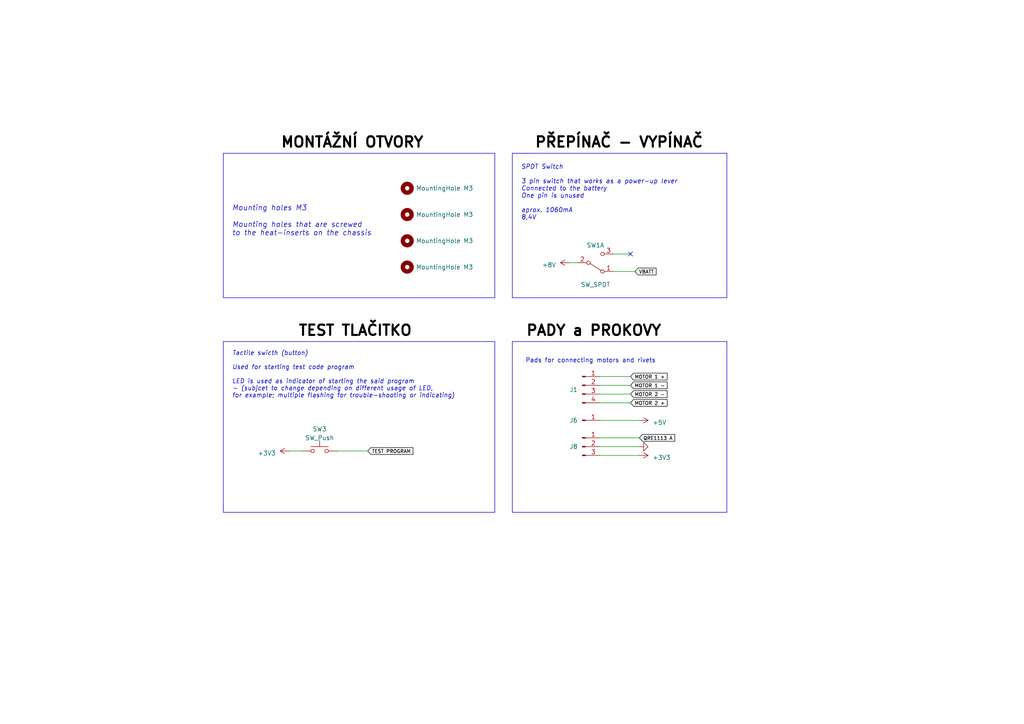
<source format=kicad_sch>
(kicad_sch (version 20230121) (generator eeschema)
  (paper "A4")
  (title_block (title "SUMEC SMD") (company "SPŠ NA PROSEKU"))
  (lib_symbols
    (symbol "Connector:Conn_01x01_Pin" (pin_names (offset 1.016) hide)
      (property "Reference" "J" (at 0 2.54 0))
      (property "Value" "Conn_01x01_Pin" (at 0 -2.54 0))
      (symbol "Conn_01x01_Pin_1_1"
        (polyline (pts (xy 1.27 0) (xy 0.8636 0)) (stroke (width 0.1524)))
        (rectangle (start 0.8636 0.127) (end 0 -0.127) (stroke (width 0.1524)) (fill (type outline)))
        (pin passive line (at 5.08 0 180) (length 3.81) (name "Pin_1") (number "1"))
      )
    )
    (symbol "Connector:Conn_01x03_Pin" (pin_names (offset 1.016) hide)
      (property "Reference" "J" (at 0 5.08 0))
      (property "Value" "Conn_01x03_Pin" (at 0 -5.08 0))
      (symbol "Conn_01x03_Pin_1_1"
        (polyline (pts (xy 1.27 -2.54) (xy 0.8636 -2.54)) (stroke (width 0.1524)))
        (polyline (pts (xy 1.27 0) (xy 0.8636 0)) (stroke (width 0.1524)))
        (polyline (pts (xy 1.27 2.54) (xy 0.8636 2.54)) (stroke (width 0.1524)))
        (rectangle (start 0.8636 -2.413) (end 0 -2.667) (stroke (width 0.1524)) (fill (type outline)))
        (rectangle (start 0.8636 0.127) (end 0 -0.127) (stroke (width 0.1524)) (fill (type outline)))
        (rectangle (start 0.8636 2.667) (end 0 2.413) (stroke (width 0.1524)) (fill (type outline)))
        (pin passive line (at 5.08 2.54 180) (length 3.81) (name "Pin_1") (number "1"))
        (pin passive line (at 5.08 0 180) (length 3.81) (name "Pin_2") (number "2"))
        (pin passive line (at 5.08 -2.54 180) (length 3.81) (name "Pin_3") (number "3"))
      )
    )
    (symbol "Connector:Conn_01x04_Pin" (pin_names (offset 1.016) hide)
      (property "Reference" "J" (at 0 5.08 0))
      (property "Value" "Conn_01x04_Pin" (at 0 -7.62 0))
      (symbol "Conn_01x04_Pin_1_1"
        (polyline (pts (xy 1.27 -5.08) (xy 0.8636 -5.08)) (stroke (width 0.1524)))
        (polyline (pts (xy 1.27 -2.54) (xy 0.8636 -2.54)) (stroke (width 0.1524)))
        (polyline (pts (xy 1.27 0) (xy 0.8636 0)) (stroke (width 0.1524)))
        (polyline (pts (xy 1.27 2.54) (xy 0.8636 2.54)) (stroke (width 0.1524)))
        (rectangle (start 0.8636 -4.953) (end 0 -5.207) (stroke (width 0.1524)) (fill (type outline)))
        (rectangle (start 0.8636 -2.413) (end 0 -2.667) (stroke (width 0.1524)) (fill (type outline)))
        (rectangle (start 0.8636 0.127) (end 0 -0.127) (stroke (width 0.1524)) (fill (type outline)))
        (rectangle (start 0.8636 2.667) (end 0 2.413) (stroke (width 0.1524)) (fill (type outline)))
        (pin passive line (at 5.08 2.54 180) (length 3.81) (name "Pin_1") (number "1"))
        (pin passive line (at 5.08 0 180) (length 3.81) (name "Pin_2") (number "2"))
        (pin passive line (at 5.08 -2.54 180) (length 3.81) (name "Pin_3") (number "3"))
        (pin passive line (at 5.08 -5.08 180) (length 3.81) (name "Pin_4") (number "4"))
      )
    )
    (symbol "Mechanical:MountingHole" (pin_names (offset 1.016))
      (property "Reference" "H" (at 0 5.08 0))
      (property "Value" "MountingHole" (at 0 3.175 0))
      (symbol "MountingHole_0_1"
        (circle (center 0 0) (radius 1.27) (stroke (width 1.27)))
      )
    )
    (symbol "Switch:SW_DPDT_x2" (pin_names (offset 0) hide)
      (property "Reference" "SW" (at 0 4.318 0))
      (property "Value" "SW_DPDT_x2" (at 0 -5.08 0))
      (symbol "SW_DPDT_x2_0_0"
        (circle (center -2.032 0) (radius 0.508))
        (circle (center 2.032 -2.54) (radius 0.508))
      )
      (symbol "SW_DPDT_x2_0_1"
        (polyline (pts (xy -1.524 0.254) (xy 1.651 2.286)))
        (circle (center 2.032 2.54) (radius 0.508))
      )
      (symbol "SW_DPDT_x2_1_1"
        (pin passive line (at 5.08 2.54 180) (length 2.54) (name "A") (number "1"))
        (pin passive line (at -5.08 0 0) (length 2.54) (name "B") (number "2"))
        (pin passive line (at 5.08 -2.54 180) (length 2.54) (name "C") (number "3"))
      )
      (symbol "SW_DPDT_x2_2_1"
        (pin passive line (at 5.08 2.54 180) (length 2.54) (name "A") (number "4"))
        (pin passive line (at -5.08 0 0) (length 2.54) (name "B") (number "5"))
        (pin passive line (at 5.08 -2.54 180) (length 2.54) (name "C") (number "6"))
      )
    )
    (symbol "Switch:SW_Push" (pin_numbers hide) (pin_names (offset 1.016) hide)
      (property "Reference" "SW" (at 1.27 2.54 0))
      (property "Value" "SW_Push" (at 0 -1.524 0))
      (symbol "SW_Push_0_1"
        (circle (center -2.032 0) (radius 0.508))
        (polyline (pts (xy 0 1.27) (xy 0 3.048)))
        (polyline (pts (xy 2.54 1.27) (xy -2.54 1.27)))
        (circle (center 2.032 0) (radius 0.508))
        (pin passive line (at -5.08 0 0) (length 2.54) (name "1") (number "1"))
        (pin passive line (at 5.08 0 180) (length 2.54) (name "2") (number "2"))
      )
    )
    (symbol "power:+3V3" (power) (pin_names (offset 0))
      (property "Value" "+3V3" (at 0 3.556 0))
      (symbol "+3V3_0_1"
        (polyline (pts (xy -0.762 1.27) (xy 0 2.54)))
        (polyline (pts (xy 0 0) (xy 0 2.54)))
        (polyline (pts (xy 0 2.54) (xy 0.762 1.27)))
      )
      (symbol "+3V3_1_1"
        (pin power_in line (at 0 0 90) (length 0) hide (name "+3V3") (number "1"))
      )
    )
    (symbol "power:+5V" (power) (pin_names (offset 0))
      (property "Value" "+5V" (at 0 3.556 0))
      (symbol "+5V_0_1"
        (polyline (pts (xy -0.762 1.27) (xy 0 2.54)))
        (polyline (pts (xy 0 0) (xy 0 2.54)))
        (polyline (pts (xy 0 2.54) (xy 0.762 1.27)))
      )
      (symbol "+5V_1_1"
        (pin power_in line (at 0 0 90) (length 0) hide (name "+5V") (number "1"))
      )
    )
    (symbol "power:+8V" (power) (pin_names (offset 0))
      (property "Value" "+8V" (at 0 3.556 0))
      (symbol "+8V_0_1"
        (polyline (pts (xy -0.762 1.27) (xy 0 2.54)))
        (polyline (pts (xy 0 0) (xy 0 2.54)))
        (polyline (pts (xy 0 2.54) (xy 0.762 1.27)))
      )
      (symbol "+8V_1_1"
        (pin power_in line (at 0 0 90) (length 0) hide (name "+8V") (number "1"))
      )
    )
    (symbol "power:GND" (power) (pin_names (offset 0))
      (property "Value" "GND" (at 0 -3.81 0))
      (symbol "GND_0_1"
        (polyline (pts (xy 0 0) (xy 0 -1.27) (xy 1.27 -1.27) (xy 0 -2.54) (xy -1.27 -1.27) (xy 0 -1.27)))
      )
      (symbol "GND_1_1"
        (pin power_in line (at 0 0 270) (length 0) hide (name "GND") (number "1"))
      )
    )
  )
  (no_connect (at 182.88 73.66))
  (wire (pts (xy 173.99 114.3) (xy 182.88 114.3)))
  (wire (pts (xy 173.99 109.22) (xy 182.88 109.22)))
  (wire (pts (xy 173.99 129.54) (xy 185.42 129.54)))
  (polyline (pts (xy 64.77 99.06) (xy 143.51 99.06)))
  (wire (pts (xy 173.99 111.76) (xy 182.88 111.76)))
  (polyline (pts (xy 210.82 86.36) (xy 148.59 86.36)))
  (polyline (pts (xy 148.59 148.59) (xy 148.59 99.06)))
  (polyline (pts (xy 143.51 44.45) (xy 143.51 86.36)))
  (polyline (pts (xy 148.59 86.36) (xy 148.59 44.45)))
  (polyline (pts (xy 64.77 86.36) (xy 64.77 44.45)))
  (wire (pts (xy 83.82 130.81) (xy 87.63 130.81)))
  (wire (pts (xy 173.99 127) (xy 185.42 127)))
  (polyline (pts (xy 153.67 44.45) (xy 148.59 44.45)))
  (wire (pts (xy 97.79 130.81) (xy 106.68 130.81)))
  (wire (pts (xy 173.99 116.84) (xy 182.88 116.84)))
  (polyline (pts (xy 148.59 99.06) (xy 210.82 99.06)))
  (polyline (pts (xy 148.59 44.45) (xy 153.67 44.45)))
  (polyline (pts (xy 64.77 44.45) (xy 143.51 44.45)))
  (wire (pts (xy 185.42 121.92) (xy 173.99 121.92)))
  (wire (pts (xy 165.1 76.2) (xy 167.64 76.2)))
  (wire (pts (xy 173.99 132.08) (xy 185.42 132.08)))
  (polyline (pts (xy 210.82 99.06) (xy 210.82 148.59)))
  (polyline (pts (xy 210.82 44.45) (xy 210.82 86.36)))
  (polyline (pts (xy 143.51 99.06) (xy 143.51 148.59)))
  (wire (pts (xy 177.8 78.74) (xy 184.15 78.74)))
  (polyline (pts (xy 64.77 148.59) (xy 143.51 148.59)))
  (polyline (pts (xy 64.77 86.36) (xy 143.51 86.36)))
  (polyline (pts (xy 151.13 44.45) (xy 210.82 44.45)))
  (wire (pts (xy 182.88 73.66) (xy 177.8 73.66)))
  (polyline (pts (xy 210.82 148.59) (xy 148.59 148.59)))
  (polyline (pts (xy 64.77 148.59) (xy 64.77 99.06)))
  (text "MONTÁŽNÍ OTVORY" (at 81.28 43.18 0) (effects (font (size 3 3) bold) (justify left bottom)))
  (text "SPDT Switch\n\n3 pin switch that works as a power-up lever \nConnected to the battery \nOne pin is unused\n\naprox. 1060mA\n8,4V\n\n" (at 151.13 66.04 0) (effects (font (size 1.3 1.3) italic) (justify left bottom)))
  (text "Pads for connecting motors and rivets" (at 152.4 105.41 0) (effects (font (size 1.27 1.27)) (justify left bottom)))
  (text "Mounting holes M3 \n\nMounting holes that are screwed \nto the heat-inserts on the chassis\n" (at 67.31 68.58 0) (effects (font (size 1.5 1.5) italic) (justify left bottom)))
  (text "PŘEPÍNAČ - VYPÍNAČ" (at 154.94 43.18 0) (effects (font (size 3 3) bold) (justify left bottom)))
  (text "TEST TLAČITKO" (at 86.36 97.79 0) (effects (font (size 3 3) bold) (justify left bottom)))
  (text "PADY a PROKOVY" (at 152.4 97.79 0) (effects (font (size 3 3) bold) (justify left bottom)))
  (text "Tactile swicth (button)\n\nUsed for starting test code program\n\nLED is used as indicator of starting the said program \n- (subjcet to change depending on different usage of LED, \nfor example; multiple flashing for trouble-shooting or indicating)" (at 67.31 115.57 0) (effects (font (size 1.27 1.27) italic) (justify left bottom)))
  (global_label "VBATT" (shape input) (at 184.15 78.74 0) (effects (font (size 1 1))) (property "Intersheetrefs" "${INTERSHEET_REFS}" (effects hide)))
  (global_label "QRE1113 A" (shape input) (at 185.42 127 0) (effects (font (size 1 1))) (property "Intersheetrefs" "${INTERSHEET_REFS}" (effects hide)))
  (global_label "MOTOR 1 -" (shape input) (at 182.88 111.76 0) (effects (font (size 1 1))) (property "Intersheetrefs" "${INTERSHEET_REFS}" (effects hide)))
  (global_label "MOTOR 2 -" (shape input) (at 182.88 114.3 0) (effects (font (size 1 1))) (property "Intersheetrefs" "${INTERSHEET_REFS}" (effects hide)))
  (global_label "TEST PROGRAM" (shape input) (at 106.68 130.81 0) (effects (font (size 1 1))) (property "Intersheetrefs" "${INTERSHEET_REFS}" (effects hide)))
  (global_label "MOTOR 1 +" (shape input) (at 182.88 109.22 0) (effects (font (size 1 1))) (property "Intersheetrefs" "${INTERSHEET_REFS}" (effects hide)))
  (global_label "MOTOR 2 +" (shape input) (at 182.88 116.84 0) (effects (font (size 1 1))) (property "Intersheetrefs" "${INTERSHEET_REFS}" (effects hide)))
  (symbol (lib_id "power:GND") (at 185.42 129.54 90) (unit 1)
    (property "Reference" "#PWR057" (effects hide))
    (property "Value" "GND" (effects hide))
    (instances (project "sumec" (path "" (reference "#PWR057") (unit 1)) (path "" (reference "#PWR026") (unit 1))))
  )
  (symbol (lib_id "Connector:Conn_01x03_Pin") (at 168.91 129.54 0) (unit 1)
    (property "Reference" "J8" (at 166.37 129.54 0))
    (property "Value" "Conn_01x03_Pin" (effects hide))
    (property "Footprint" "Connector_PinSocket_2.54mm:PinSocket_1x03_P2.54mm_Vertical" (effects hide))
  )
  (symbol (lib_id "Mechanical:MountingHole") (at 118.11 62.23 0) (unit 1)
    (property "Reference" "H?" (effects hide))
    (property "Value" "MountingHole M3" (at 120.65 62.23 0) (effects (justify left)))
    (property "Footprint" "MountingHole:MountingHole_3.2mm_M3" (effects hide))
    (instances (project "sumec" (path "" (reference "H?") (unit 1)) (path "" (reference "H2") (unit 1))))
  )
  (symbol (lib_id "Switch:SW_Push") (at 92.71 130.81 0) (unit 1)
    (property "Reference" "SW3" (at 92.71 124.46 0))
    (property "Value" "SW_Push" (at 92.71 127 0))
    (property "Footprint" "Button_Switch_SMD:SW_SPST_B3U-1000P" (effects hide))
  )
  (symbol (lib_id "Connector:Conn_01x04_Pin") (at 168.91 111.76 0) (unit 1)
    (property "Reference" "J1" (at 166.37 113.03 0))
    (property "Value" "Conn_01x04_Pin" (effects hide))
    (property "Footprint" "Connector_PinHeader_2.54mm:PinHeader_1x04_P2.54mm_Vertical" (effects hide))
    (instances (project "sumec" (path "" (reference "J1") (unit 1)) (path "" (reference "J7") (unit 1))))
  )
  (symbol (lib_id "Mechanical:MountingHole") (at 118.11 69.85 0) (unit 1)
    (property "Reference" "H?" (effects hide))
    (property "Value" "MountingHole M3" (at 120.65 69.85 0) (effects (justify left)))
    (property "Footprint" "MountingHole:MountingHole_3.2mm_M3" (effects hide))
    (instances (project "sumec" (path "" (reference "H?") (unit 1)) (path "" (reference "H3") (unit 1))))
  )
  (symbol (lib_id "Mechanical:MountingHole") (at 118.11 77.47 0) (unit 1)
    (property "Reference" "H?" (effects hide))
    (property "Value" "MountingHole M3" (at 120.65 77.47 0) (effects (justify left)))
    (property "Footprint" "MountingHole:MountingHole_3.2mm_M3" (effects hide))
    (instances (project "sumec" (path "" (reference "H?") (unit 1)) (path "" (reference "H4") (unit 1))))
  )
  (symbol (lib_id "power:+3V3") (at 83.82 130.81 90) (unit 1)
    (property "Reference" "#PWR02" (effects hide))
    (property "Value" "+3V3" (at 80.01 131.445 90) (effects (justify left)))
  )
  (symbol (lib_id "power:+8V") (at 165.1 76.2 90) (unit 1)
    (property "Reference" "#PWR038" (effects hide))
    (property "Value" "+8V" (at 161.29 76.835 90) (effects (justify left)))
  )
  (symbol (lib_id "Connector:Conn_01x01_Pin") (at 168.91 121.92 0) (unit 1)
    (property "Reference" "J6" (at 166.37 121.92 0))
    (property "Value" "Conn_01x01_Pin" (effects hide))
    (property "Footprint" "Connector_Wire:SolderWire-0.1sqmm_1x01_D0.4mm_OD1mm" (effects hide))
  )
  (symbol (lib_id "power:+3V3") (at 185.42 132.08 270) (unit 1)
    (property "Reference" "#PWR025" (effects hide))
    (property "Value" "+3V3" (at 189.23 132.715 90) (effects (justify left)))
  )
  (symbol (lib_id "Mechanical:MountingHole") (at 118.11 54.61 0) (unit 1)
    (property "Reference" "H?" (effects hide))
    (property "Value" "MountingHole M3" (at 120.65 54.61 0) (effects (justify left)))
    (property "Footprint" "MountingHole:MountingHole_3.2mm_M3" (effects hide))
    (instances (project "sumec" (path "" (reference "H?") (unit 1)) (path "" (reference "H1") (unit 1))))
  )
  (symbol (lib_id "power:+5V") (at 185.42 121.92 270) (unit 1)
    (property "Reference" "#PWR03" (effects hide))
    (property "Value" "+5V" (at 189.23 122.555 90) (effects (justify left)))
    (instances (project "sumec" (path "" (reference "#PWR03") (unit 1)) (path "" (reference "#PWR07") (unit 1))))
  )
  (symbol (lib_id "Switch:SW_DPDT_x2") (at 172.72 76.2 0) (mirror x) (unit 1)
    (property "Reference" "SW1" (at 172.72 71.12 0))
    (property "Value" "SW_SPDT" (at 172.72 82.55 0))
    (property "Footprint" "Connector_JST:JST_EH_B3B-EH-A_1x03_P2.50mm_Vertical" (effects hide))
    (instances (project "sumec" (path "" (reference "SW1") (unit 1)) (path "" (reference "SW?") (unit 1))))
  )
)
</source>
